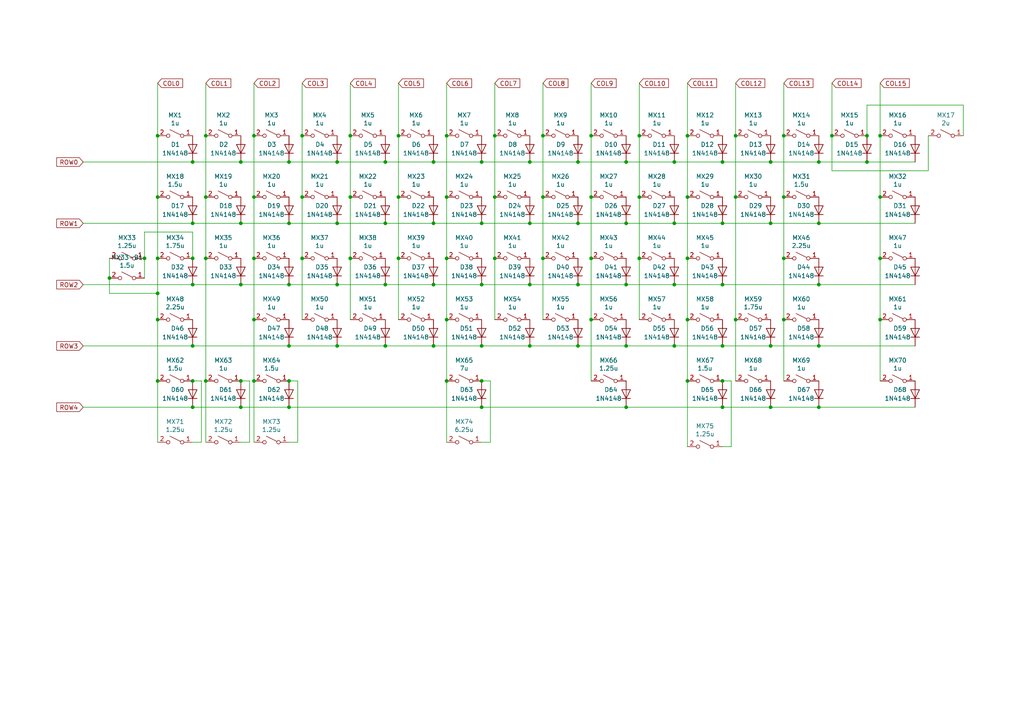
<source format=kicad_sch>
(kicad_sch (version 20211123) (generator eeschema)
  (paper "A4")
  (title_block (title "Bakeneko 65 V3") (date "2020-08-01") (rev "1") (comment 1 "Copyright © 2020 kkatano") (comment 2 "MIT License"))
  (junction (at 209.55 64.77))
  (junction (at 97.79 46.99))
  (junction (at 153.67 82.55))
  (junction (at 171.45 39.37))
  (junction (at 171.45 57.15))
  (junction (at 125.73 82.55))
  (junction (at 209.55 82.55))
  (junction (at 129.54 74.93))
  (junction (at 209.55 118.11))
  (junction (at 55.88 74.93))
  (junction (at 55.88 82.55))
  (junction (at 185.42 74.93))
  (junction (at 213.36 57.15))
  (junction (at 97.79 100.33))
  (junction (at 125.73 100.33))
  (junction (at 73.66 110.49))
  (junction (at 55.88 118.11))
  (junction (at 237.49 100.33))
  (junction (at 129.54 110.49))
  (junction (at 153.67 46.99))
  (junction (at 227.33 57.15))
  (junction (at 237.49 82.55))
  (junction (at 45.72 74.93))
  (junction (at 251.46 46.99))
  (junction (at 209.55 100.33))
  (junction (at 31.75 80.645))
  (junction (at 111.76 82.55))
  (junction (at 237.49 46.99))
  (junction (at 241.3 39.37))
  (junction (at 125.73 46.99))
  (junction (at 199.39 74.93))
  (junction (at 45.72 92.71))
  (junction (at 195.58 64.77))
  (junction (at 157.48 39.37))
  (junction (at 101.6 74.93))
  (junction (at 55.88 100.33))
  (junction (at 45.72 110.49))
  (junction (at 237.49 64.77))
  (junction (at 181.61 64.77))
  (junction (at 255.27 74.93))
  (junction (at 167.64 46.99))
  (junction (at 83.82 82.55))
  (junction (at 181.61 118.11))
  (junction (at 101.6 39.37))
  (junction (at 41.91 74.93))
  (junction (at 97.79 64.77))
  (junction (at 255.27 92.71))
  (junction (at 209.55 46.99))
  (junction (at 227.33 92.71))
  (junction (at 255.27 39.37))
  (junction (at 139.7 100.33))
  (junction (at 59.69 39.37))
  (junction (at 213.36 92.71))
  (junction (at 115.57 39.37))
  (junction (at 69.85 110.49))
  (junction (at 139.7 110.49))
  (junction (at 157.48 57.15))
  (junction (at 129.54 39.37))
  (junction (at 45.72 85.09))
  (junction (at 83.82 46.99))
  (junction (at 199.39 57.15))
  (junction (at 223.52 46.99))
  (junction (at 139.7 64.77))
  (junction (at 199.39 92.71))
  (junction (at 73.66 92.71))
  (junction (at 171.45 74.93))
  (junction (at 101.6 57.15))
  (junction (at 115.57 57.15))
  (junction (at 167.64 100.33))
  (junction (at 73.66 39.37))
  (junction (at 87.63 39.37))
  (junction (at 195.58 82.55))
  (junction (at 111.76 46.99))
  (junction (at 69.85 82.55))
  (junction (at 157.48 74.93))
  (junction (at 199.39 39.37))
  (junction (at 195.58 46.99))
  (junction (at 209.55 110.49))
  (junction (at 223.52 64.77))
  (junction (at 111.76 100.33))
  (junction (at 139.7 46.99))
  (junction (at 129.54 92.71))
  (junction (at 167.64 82.55))
  (junction (at 185.42 39.37))
  (junction (at 167.64 64.77))
  (junction (at 83.82 118.11))
  (junction (at 45.72 39.37))
  (junction (at 73.66 57.15))
  (junction (at 213.36 39.37))
  (junction (at 87.63 74.93))
  (junction (at 153.67 64.77))
  (junction (at 139.7 118.11))
  (junction (at 87.63 57.15))
  (junction (at 125.73 64.77))
  (junction (at 55.88 110.49))
  (junction (at 97.79 82.55))
  (junction (at 181.61 46.99))
  (junction (at 227.33 74.93))
  (junction (at 143.51 39.37))
  (junction (at 251.46 39.37))
  (junction (at 73.66 74.93))
  (junction (at 185.42 57.15))
  (junction (at 55.88 46.99))
  (junction (at 139.7 82.55))
  (junction (at 83.82 100.33))
  (junction (at 223.52 118.11))
  (junction (at 181.61 100.33))
  (junction (at 59.69 57.15))
  (junction (at 59.69 74.93))
  (junction (at 143.51 57.15))
  (junction (at 45.72 57.15))
  (junction (at 69.85 46.99))
  (junction (at 143.51 74.93))
  (junction (at 223.52 100.33))
  (junction (at 199.39 110.49))
  (junction (at 227.33 39.37))
  (junction (at 83.82 64.77))
  (junction (at 181.61 82.55))
  (junction (at 55.88 64.77))
  (junction (at 59.69 110.49))
  (junction (at 255.27 57.15))
  (junction (at 69.85 118.11))
  (junction (at 115.57 74.93))
  (junction (at 237.49 118.11))
  (junction (at 83.82 110.49))
  (junction (at 171.45 92.71))
  (junction (at 153.67 100.33))
  (junction (at 129.54 57.15))
  (junction (at 111.76 64.77))
  (junction (at 195.58 100.33))
  (junction (at 69.85 64.77))
  (wire (pts (xy 213.36 39.37) (xy 213.36 57.15)))
  (wire (pts (xy 31.75 85.09) (xy 45.72 85.09)))
  (wire (pts (xy 209.55 82.55) (xy 237.49 82.55)))
  (wire (pts (xy 181.61 118.11) (xy 139.7 118.11)))
  (wire (pts (xy 251.46 46.99) (xy 237.49 46.99)))
  (wire (pts (xy 265.43 82.55) (xy 237.49 82.55)))
  (wire (pts (xy 139.7 128.27) (xy 142.24 128.27)))
  (wire (pts (xy 139.7 118.11) (xy 83.82 118.11)))
  (wire (pts (xy 97.79 46.99) (xy 83.82 46.99)))
  (wire (pts (xy 86.36 128.27) (xy 86.36 110.49)))
  (wire (pts (xy 101.6 57.15) (xy 101.6 74.93)))
  (wire (pts (xy 237.49 118.11) (xy 265.43 118.11)))
  (wire (pts (xy 167.64 64.77) (xy 181.61 64.77)))
  (wire (pts (xy 227.33 74.93) (xy 227.33 57.15)))
  (wire (pts (xy 55.88 67.31) (xy 55.88 74.93)))
  (wire (pts (xy 59.69 74.93) (xy 59.69 57.15)))
  (wire (pts (xy 241.3 24.13) (xy 241.3 39.37)))
  (wire (pts (xy 69.85 64.77) (xy 83.82 64.77)))
  (wire (pts (xy 209.55 82.55) (xy 195.58 82.55)))
  (wire (pts (xy 83.82 118.11) (xy 69.85 118.11)))
  (wire (pts (xy 129.54 39.37) (xy 129.54 57.15)))
  (wire (pts (xy 45.72 39.37) (xy 45.72 57.15)))
  (wire (pts (xy 171.45 57.15) (xy 171.45 74.93)))
  (wire (pts (xy 181.61 64.77) (xy 195.58 64.77)))
  (wire (pts (xy 195.58 100.33) (xy 209.55 100.33)))
  (wire (pts (xy 111.76 64.77) (xy 125.73 64.77)))
  (wire (pts (xy 73.66 24.13) (xy 73.66 39.37)))
  (wire (pts (xy 237.49 46.99) (xy 223.52 46.99)))
  (wire (pts (xy 171.45 39.37) (xy 171.45 57.15)))
  (wire (pts (xy 129.54 74.93) (xy 129.54 92.71)))
  (wire (pts (xy 139.7 46.99) (xy 125.73 46.99)))
  (wire (pts (xy 111.76 82.55) (xy 97.79 82.55)))
  (wire (pts (xy 199.39 57.15) (xy 199.39 39.37)))
  (wire (pts (xy 72.39 128.27) (xy 72.39 110.49)))
  (wire (pts (xy 142.24 128.27) (xy 142.24 110.49)))
  (wire (pts (xy 55.88 128.27) (xy 58.42 128.27)))
  (wire (pts (xy 185.42 57.15) (xy 185.42 74.93)))
  (wire (pts (xy 97.79 82.55) (xy 83.82 82.55)))
  (wire (pts (xy 167.64 82.55) (xy 153.67 82.55)))
  (wire (pts (xy 59.69 74.93) (xy 59.69 110.49)))
  (wire (pts (xy 279.4 39.37) (xy 279.4 30.48)))
  (wire (pts (xy 265.43 46.99) (xy 251.46 46.99)))
  (wire (pts (xy 213.36 24.13) (xy 213.36 39.37)))
  (wire (pts (xy 213.36 57.15) (xy 213.36 92.71)))
  (wire (pts (xy 83.82 128.27) (xy 86.36 128.27)))
  (wire (pts (xy 59.69 39.37) (xy 59.69 24.13)))
  (wire (pts (xy 69.85 82.55) (xy 55.88 82.55)))
  (wire (pts (xy 212.09 129.54) (xy 212.09 110.49)))
  (wire (pts (xy 167.64 46.99) (xy 153.67 46.99)))
  (wire (pts (xy 101.6 39.37) (xy 101.6 57.15)))
  (wire (pts (xy 223.52 100.33) (xy 237.49 100.33)))
  (wire (pts (xy 45.72 24.13) (xy 45.72 39.37)))
  (wire (pts (xy 209.55 129.54) (xy 212.09 129.54)))
  (wire (pts (xy 223.52 118.11) (xy 209.55 118.11)))
  (wire (pts (xy 153.67 64.77) (xy 167.64 64.77)))
  (wire (pts (xy 143.51 57.15) (xy 143.51 39.37)))
  (wire (pts (xy 125.73 82.55) (xy 111.76 82.55)))
  (wire (pts (xy 181.61 118.11) (xy 209.55 118.11)))
  (wire (pts (xy 143.51 74.93) (xy 143.51 57.15)))
  (wire (pts (xy 125.73 46.99) (xy 111.76 46.99)))
  (wire (pts (xy 241.3 39.37) (xy 241.3 49.53)))
  (wire (pts (xy 195.58 46.99) (xy 181.61 46.99)))
  (wire (pts (xy 255.27 57.15) (xy 255.27 74.93)))
  (wire (pts (xy 143.51 39.37) (xy 143.51 24.13)))
  (wire (pts (xy 227.33 57.15) (xy 227.33 39.37)))
  (wire (pts (xy 83.82 46.99) (xy 69.85 46.99)))
  (wire (pts (xy 237.49 64.77) (xy 265.43 64.77)))
  (wire (pts (xy 125.73 100.33) (xy 139.7 100.33)))
  (wire (pts (xy 255.27 39.37) (xy 255.27 57.15)))
  (wire (pts (xy 223.52 46.99) (xy 209.55 46.99)))
  (wire (pts (xy 255.27 74.93) (xy 255.27 92.71)))
  (wire (pts (xy 241.3 49.53) (xy 269.24 49.53)))
  (wire (pts (xy 24.13 100.33) (xy 55.88 100.33)))
  (wire (pts (xy 171.45 92.71) (xy 171.45 110.49)))
  (wire (pts (xy 31.75 74.93) (xy 31.75 80.645)))
  (wire (pts (xy 199.39 110.49) (xy 199.39 129.54)))
  (wire (pts (xy 41.91 67.31) (xy 55.88 67.31)))
  (wire (pts (xy 129.54 110.49) (xy 129.54 128.27)))
  (wire (pts (xy 45.72 110.49) (xy 45.72 128.27)))
  (wire (pts (xy 153.67 82.55) (xy 139.7 82.55)))
  (wire (pts (xy 111.76 100.33) (xy 125.73 100.33)))
  (wire (pts (xy 181.61 82.55) (xy 167.64 82.55)))
  (wire (pts (xy 279.4 30.48) (xy 251.46 30.48)))
  (wire (pts (xy 87.63 92.71) (xy 87.63 74.93)))
  (wire (pts (xy 139.7 64.77) (xy 153.67 64.77)))
  (wire (pts (xy 69.85 118.11) (xy 55.88 118.11)))
  (wire (pts (xy 83.82 82.55) (xy 69.85 82.55)))
  (wire (pts (xy 73.66 74.93) (xy 73.66 92.71)))
  (wire (pts (xy 73.66 92.71) (xy 73.66 110.49)))
  (wire (pts (xy 115.57 92.71) (xy 115.57 74.93)))
  (wire (pts (xy 227.33 110.49) (xy 227.33 92.71)))
  (wire (pts (xy 237.49 100.33) (xy 265.43 100.33)))
  (wire (pts (xy 185.42 24.13) (xy 185.42 39.37)))
  (wire (pts (xy 59.69 57.15) (xy 59.69 39.37)))
  (wire (pts (xy 72.39 110.49) (xy 69.85 110.49)))
  (wire (pts (xy 97.79 64.77) (xy 111.76 64.77)))
  (wire (pts (xy 237.49 118.11) (xy 223.52 118.11)))
  (wire (pts (xy 185.42 39.37) (xy 185.42 57.15)))
  (wire (pts (xy 115.57 74.93) (xy 115.57 57.15)))
  (wire (pts (xy 199.39 74.93) (xy 199.39 57.15)))
  (wire (pts (xy 58.42 128.27) (xy 58.42 110.49)))
  (wire (pts (xy 59.69 110.49) (xy 59.69 128.27)))
  (wire (pts (xy 41.91 74.93) (xy 41.91 80.645)))
  (wire (pts (xy 157.48 39.37) (xy 157.48 24.13)))
  (wire (pts (xy 181.61 46.99) (xy 167.64 46.99)))
  (wire (pts (xy 227.33 92.71) (xy 227.33 74.93)))
  (wire (pts (xy 142.24 110.49) (xy 139.7 110.49)))
  (wire (pts (xy 24.13 46.99) (xy 55.88 46.99)))
  (wire (pts (xy 115.57 39.37) (xy 115.57 24.13)))
  (wire (pts (xy 143.51 92.71) (xy 143.51 74.93)))
  (wire (pts (xy 153.67 100.33) (xy 167.64 100.33)))
  (wire (pts (xy 157.48 92.71) (xy 157.48 74.93)))
  (wire (pts (xy 251.46 30.48) (xy 251.46 39.37)))
  (wire (pts (xy 101.6 24.13) (xy 101.6 39.37)))
  (wire (pts (xy 97.79 100.33) (xy 111.76 100.33)))
  (wire (pts (xy 129.54 92.71) (xy 129.54 110.49)))
  (wire (pts (xy 255.27 92.71) (xy 255.27 110.49)))
  (wire (pts (xy 185.42 74.93) (xy 185.42 92.71)))
  (wire (pts (xy 83.82 64.77) (xy 97.79 64.77)))
  (wire (pts (xy 45.72 85.09) (xy 45.72 92.71)))
  (wire (pts (xy 153.67 46.99) (xy 139.7 46.99)))
  (wire (pts (xy 24.13 82.55) (xy 55.88 82.55)))
  (wire (pts (xy 55.88 64.77) (xy 69.85 64.77)))
  (wire (pts (xy 87.63 74.93) (xy 87.63 57.15)))
  (wire (pts (xy 58.42 110.49) (xy 55.88 110.49)))
  (wire (pts (xy 115.57 57.15) (xy 115.57 39.37)))
  (wire (pts (xy 157.48 57.15) (xy 157.48 39.37)))
  (wire (pts (xy 45.72 74.93) (xy 45.72 85.09)))
  (wire (pts (xy 227.33 24.13) (xy 227.33 39.37)))
  (wire (pts (xy 45.72 57.15) (xy 45.72 74.93)))
  (wire (pts (xy 199.39 39.37) (xy 199.39 24.13)))
  (wire (pts (xy 45.72 92.71) (xy 45.72 110.49)))
  (wire (pts (xy 24.13 118.11) (xy 55.88 118.11)))
  (wire (pts (xy 101.6 74.93) (xy 101.6 92.71)))
  (wire (pts (xy 69.85 128.27) (xy 72.39 128.27)))
  (wire (pts (xy 73.66 57.15) (xy 73.66 74.93)))
  (wire (pts (xy 125.73 64.77) (xy 139.7 64.77)))
  (wire (pts (xy 199.39 92.71) (xy 199.39 74.93)))
  (wire (pts (xy 255.27 24.13) (xy 255.27 39.37)))
  (wire (pts (xy 171.45 24.13) (xy 171.45 39.37)))
  (wire (pts (xy 209.55 64.77) (xy 223.52 64.77)))
  (wire (pts (xy 55.88 100.33) (xy 83.82 100.33)))
  (wire (pts (xy 195.58 82.55) (xy 181.61 82.55)))
  (wire (pts (xy 157.48 74.93) (xy 157.48 57.15)))
  (wire (pts (xy 87.63 57.15) (xy 87.63 39.37)))
  (wire (pts (xy 86.36 110.49) (xy 83.82 110.49)))
  (wire (pts (xy 111.76 46.99) (xy 97.79 46.99)))
  (wire (pts (xy 223.52 64.77) (xy 237.49 64.77)))
  (wire (pts (xy 171.45 74.93) (xy 171.45 92.71)))
  (wire (pts (xy 181.61 100.33) (xy 195.58 100.33)))
  (wire (pts (xy 209.55 100.33) (xy 223.52 100.33)))
  (wire (pts (xy 212.09 110.49) (xy 209.55 110.49)))
  (wire (pts (xy 41.91 74.93) (xy 41.91 67.31)))
  (wire (pts (xy 31.75 80.645) (xy 31.75 85.09)))
  (wire (pts (xy 269.24 49.53) (xy 269.24 39.37)))
  (wire (pts (xy 73.66 110.49) (xy 73.66 128.27)))
  (wire (pts (xy 167.64 100.33) (xy 181.61 100.33)))
  (wire (pts (xy 199.39 110.49) (xy 199.39 92.71)))
  (wire (pts (xy 83.82 100.33) (xy 97.79 100.33)))
  (wire (pts (xy 139.7 100.33) (xy 153.67 100.33)))
  (wire (pts (xy 55.88 64.77) (xy 24.13 64.77)))
  (wire (pts (xy 73.66 39.37) (xy 73.66 57.15)))
  (wire (pts (xy 213.36 92.71) (xy 213.36 110.49)))
  (wire (pts (xy 209.55 46.99) (xy 195.58 46.99)))
  (wire (pts (xy 87.63 39.37) (xy 87.63 24.13)))
  (wire (pts (xy 139.7 82.55) (xy 125.73 82.55)))
  (wire (pts (xy 129.54 24.13) (xy 129.54 39.37)))
  (wire (pts (xy 129.54 57.15) (xy 129.54 74.93)))
  (wire (pts (xy 69.85 46.99) (xy 55.88 46.99)))
  (wire (pts (xy 195.58 64.77) (xy 209.55 64.77)))
  (global_label "COL15" (shape input) (at 255.27 24.13 0) (property "Intersheet References" "${INTERSHEET_REFS}" (effects hide)))
  (global_label "ROW0" (shape input) (at 24.13 46.99 180) (property "Intersheet References" "${INTERSHEET_REFS}" (effects hide)))
  (global_label "COL6" (shape input) (at 129.54 24.13 0) (property "Intersheet References" "${INTERSHEET_REFS}" (effects hide)))
  (global_label "ROW3" (shape input) (at 24.13 100.33 180) (property "Intersheet References" "${INTERSHEET_REFS}" (effects hide)))
  (global_label "ROW1" (shape input) (at 24.13 64.77 180) (property "Intersheet References" "${INTERSHEET_REFS}" (effects hide)))
  (global_label "COL12" (shape input) (at 213.36 24.13 0) (property "Intersheet References" "${INTERSHEET_REFS}" (effects hide)))
  (global_label "COL10" (shape input) (at 185.42 24.13 0) (property "Intersheet References" "${INTERSHEET_REFS}" (effects hide)))
  (global_label "COL0" (shape input) (at 45.72 24.13 0) (property "Intersheet References" "${INTERSHEET_REFS}" (effects hide)))
  (global_label "COL2" (shape input) (at 73.66 24.13 0) (property "Intersheet References" "${INTERSHEET_REFS}" (effects hide)))
  (global_label "COL3" (shape input) (at 87.63 24.13 0) (property "Intersheet References" "${INTERSHEET_REFS}" (effects hide)))
  (global_label "COL11" (shape input) (at 199.39 24.13 0) (property "Intersheet References" "${INTERSHEET_REFS}" (effects hide)))
  (global_label "COL14" (shape input) (at 241.3 24.13 0) (property "Intersheet References" "${INTERSHEET_REFS}" (effects hide)))
  (global_label "COL7" (shape input) (at 143.51 24.13 0) (property "Intersheet References" "${INTERSHEET_REFS}" (effects hide)))
  (global_label "COL1" (shape input) (at 59.69 24.13 0) (property "Intersheet References" "${INTERSHEET_REFS}" (effects hide)))
  (global_label "ROW4" (shape input) (at 24.13 118.11 180) (property "Intersheet References" "${INTERSHEET_REFS}" (effects hide)))
  (global_label "COL9" (shape input) (at 171.45 24.13 0) (property "Intersheet References" "${INTERSHEET_REFS}" (effects hide)))
  (global_label "COL5" (shape input) (at 115.57 24.13 0) (property "Intersheet References" "${INTERSHEET_REFS}" (effects hide)))
  (global_label "COL13" (shape input) (at 227.33 24.13 0) (property "Intersheet References" "${INTERSHEET_REFS}" (effects hide)))
  (global_label "ROW2" (shape input) (at 24.13 82.55 180) (property "Intersheet References" "${INTERSHEET_REFS}" (effects hide)))
  (global_label "COL4" (shape input) (at 101.6 24.13 0) (property "Intersheet References" "${INTERSHEET_REFS}" (effects hide)))
  (global_label "COL8" (shape input) (at 157.48 24.13 0) (property "Intersheet References" "${INTERSHEET_REFS}" (effects hide)))
  (symbol (lib_id "Switch:SW_SPST") (at 50.8 57.15 0) (mirror y) (unit 1)
    (property "Reference" "MX18" (at 50.8 51.181 0))
    (property "Value" "1.5u" (at 50.8 53.4924 0))
    (property "Footprint" "MX_Alps_Hybrid:MX-1.5U-NoLED" (effects hide))
  )
  (symbol (lib_id "Switch:SW_SPST") (at 106.68 39.37 0) (mirror y) (unit 1)
    (property "Reference" "MX5" (at 106.68 33.401 0))
    (property "Value" "1u" (at 106.68 35.7124 0))
    (property "Footprint" "MX_Alps_Hybrid:MX-1U-NoLED" (effects hide))
  )
  (symbol (lib_id "Switch:SW_SPST") (at 36.83 74.93 0) (mirror y) (unit 1)
    (property "Reference" "MX33" (at 36.83 68.961 0))
    (property "Value" "1.25u" (at 36.83 71.2724 0))
    (property "Footprint" "MX_Alps_Hybrid:MX-1.25U-NoLED" (effects hide))
  )
  (symbol (lib_id "Switch:SW_SPST") (at 274.32 39.37 0) (mirror y) (unit 1)
    (property "Reference" "MX17" (at 274.32 33.401 0))
    (property "Value" "2u" (at 274.32 35.7124 0))
    (property "Footprint" "MX_Alps_Hybrid:MX-2U-NoLED" (effects hide))
  )
  (symbol (lib_id "Switch:SW_SPST") (at 204.47 129.54 0) (mirror y) (unit 1)
    (property "Reference" "MX75" (at 204.47 123.571 0))
    (property "Value" "1.25u" (at 204.47 125.8824 0))
    (property "Footprint" "MX_Alps_Hybrid:MX-1.25U-NoLED" (effects hide))
  )
  (symbol (lib_id "Switch:SW_SPST") (at 50.8 74.93 0) (mirror y) (unit 1)
    (property "Reference" "MX34" (at 50.8 68.961 0))
    (property "Value" "1.75u" (at 50.8 71.2724 0))
    (property "Footprint" "MX_Alps_Hybrid:MX-1.75U-NoLED" (effects hide))
  )
  (symbol (lib_id "Switch:SW_SPST") (at 50.8 92.71 0) (mirror y) (unit 1)
    (property "Reference" "MX48" (at 50.8 86.741 0))
    (property "Value" "2.25u" (at 50.8 89.0524 0))
    (property "Footprint" "MX_Alps_Hybrid:MX-2.25U-NoLED" (effects hide))
  )
  (symbol (lib_id "Device:D") (at 265.43 114.3 90) (unit 1)
    (property "Reference" "D68" (at 259.08 113.03 90) (effects (justify right)))
    (property "Value" "1N4148" (at 256.54 115.57 90) (effects (justify right)))
    (property "Footprint" "Diode_SMD:D_SOD-123" (effects hide))
    (property "LCSC Part #" "C81598" (effects hide))
  )
  (symbol (lib_id "Switch:SW_SPST") (at 260.35 110.49 0) (mirror y) (unit 1)
    (property "Reference" "MX70" (at 260.35 104.521 0))
    (property "Value" "1u" (at 260.35 106.8324 0))
    (property "Footprint" "MX_Alps_Hybrid:MX-1U-NoLED" (effects hide))
  )
  (symbol (lib_id "Device:D") (at 237.49 114.3 90) (unit 1)
    (property "Reference" "D67" (at 231.14 113.03 90) (effects (justify right)))
    (property "Value" "1N4148" (at 228.6 115.57 90) (effects (justify right)))
    (property "Footprint" "Diode_SMD:D_SOD-123" (effects hide))
    (property "LCSC Part #" "C81598" (effects hide))
  )
  (symbol (lib_id "Switch:SW_SPST") (at 232.41 110.49 0) (mirror y) (unit 1)
    (property "Reference" "MX69" (at 232.41 104.521 0))
    (property "Value" "1u" (at 232.41 106.8324 0))
    (property "Footprint" "MX_Alps_Hybrid:MX-1U-NoLED" (effects hide))
  )
  (symbol (lib_id "Device:D") (at 223.52 114.3 90) (unit 1)
    (property "Reference" "D66" (at 217.17 113.03 90) (effects (justify right)))
    (property "Value" "1N4148" (at 214.63 115.57 90) (effects (justify right)))
    (property "Footprint" "Diode_SMD:D_SOD-123" (effects hide))
    (property "LCSC Part #" "C81598" (effects hide))
  )
  (symbol (lib_id "Switch:SW_SPST") (at 218.44 110.49 0) (mirror y) (unit 1)
    (property "Reference" "MX68" (at 218.44 104.521 0))
    (property "Value" "1u" (at 218.44 106.8324 0))
    (property "Footprint" "MX_Alps_Hybrid:MX-1U-NoLED" (effects hide))
  )
  (symbol (lib_id "Device:D") (at 209.55 114.3 90) (unit 1)
    (property "Reference" "D65" (at 203.2 113.03 90) (effects (justify right)))
    (property "Value" "1N4148" (at 200.66 115.57 90) (effects (justify right)))
    (property "Footprint" "Diode_SMD:D_SOD-123" (effects hide))
    (property "LCSC Part #" "C81598" (effects hide))
  )
  (symbol (lib_id "Switch:SW_SPST") (at 204.47 110.49 0) (mirror y) (unit 1)
    (property "Reference" "MX67" (at 204.47 104.521 0))
    (property "Value" "1.5u" (at 204.47 106.8324 0))
    (property "Footprint" "MX_Alps_Hybrid:MX-1.5U-NoLED" (effects hide))
  )
  (symbol (lib_id "Device:D") (at 181.61 114.3 90) (unit 1)
    (property "Reference" "D64" (at 175.26 113.03 90) (effects (justify right)))
    (property "Value" "1N4148" (at 172.72 115.57 90) (effects (justify right)))
    (property "Footprint" "Diode_SMD:D_SOD-123" (effects hide))
    (property "LCSC Part #" "C81598" (effects hide))
  )
  (symbol (lib_id "Switch:SW_SPST") (at 176.53 110.49 0) (mirror y) (unit 1)
    (property "Reference" "MX66" (at 176.53 104.521 0))
    (property "Value" "1.25u" (at 176.53 106.8324 0))
    (property "Footprint" "MX_Alps_Hybrid:MX-1.25U-NoLED" (effects hide))
  )
  (symbol (lib_id "Device:D") (at 139.7 114.3 90) (unit 1)
    (property "Reference" "D63" (at 133.35 113.03 90) (effects (justify right)))
    (property "Value" "1N4148" (at 130.81 115.57 90) (effects (justify right)))
    (property "Footprint" "Diode_SMD:D_SOD-123" (effects hide))
    (property "LCSC Part #" "C81598" (effects hide))
  )
  (symbol (lib_id "Switch:SW_SPST") (at 134.62 110.49 0) (mirror y) (unit 1)
    (property "Reference" "MX65" (at 134.62 104.521 0))
    (property "Value" "7u" (at 134.62 106.8324 0))
    (property "Footprint" "MX_Alps_Hybrid:MX-7U-ReversedStabilizers-NoLED" (effects hide))
  )
  (symbol (lib_id "Device:D") (at 83.82 114.3 90) (unit 1)
    (property "Reference" "D62" (at 77.47 113.03 90) (effects (justify right)))
    (property "Value" "1N4148" (at 74.93 115.57 90) (effects (justify right)))
    (property "Footprint" "Diode_SMD:D_SOD-123" (effects hide))
    (property "LCSC Part #" "C81598" (effects hide))
  )
  (symbol (lib_id "Switch:SW_SPST") (at 78.74 110.49 0) (mirror y) (unit 1)
    (property "Reference" "MX64" (at 78.74 104.521 0))
    (property "Value" "1.5u" (at 78.74 106.8324 0))
    (property "Footprint" "MX_Alps_Hybrid:MX-1.5U-NoLED" (effects hide))
  )
  (symbol (lib_id "Device:D") (at 69.85 114.3 90) (unit 1)
    (property "Reference" "D61" (at 63.5 113.03 90) (effects (justify right)))
    (property "Value" "1N4148" (at 60.96 115.57 90) (effects (justify right)))
    (property "Footprint" "Diode_SMD:D_SOD-123" (effects hide))
    (property "LCSC Part #" "C81598" (effects hide))
  )
  (symbol (lib_id "Switch:SW_SPST") (at 64.77 110.49 0) (mirror y) (unit 1)
    (property "Reference" "MX63" (at 64.77 104.521 0))
    (property "Value" "1u" (at 64.77 106.8324 0))
    (property "Footprint" "MX_Alps_Hybrid:MX-1U-NoLED" (effects hide))
  )
  (symbol (lib_id "Device:D") (at 55.88 114.3 90) (unit 1)
    (property "Reference" "D60" (at 49.53 113.03 90) (effects (justify right)))
    (property "Value" "1N4148" (at 46.99 115.57 90) (effects (justify right)))
    (property "Footprint" "Diode_SMD:D_SOD-123" (effects hide))
    (property "LCSC Part #" "C81598" (effects hide))
  )
  (symbol (lib_id "Switch:SW_SPST") (at 50.8 110.49 0) (mirror y) (unit 1)
    (property "Reference" "MX62" (at 50.8 104.521 0))
    (property "Value" "1.5u" (at 50.8 106.8324 0))
    (property "Footprint" "MX_Alps_Hybrid:MX-1.5U-NoLED" (effects hide))
  )
  (symbol (lib_id "Device:D") (at 265.43 96.52 90) (unit 1)
    (property "Reference" "D59" (at 259.08 95.25 90) (effects (justify right)))
    (property "Value" "1N4148" (at 256.54 97.79 90) (effects (justify right)))
    (property "Footprint" "Diode_SMD:D_SOD-123" (effects hide))
    (property "LCSC Part #" "C81598" (effects hide))
  )
  (symbol (lib_id "Switch:SW_SPST") (at 260.35 92.71 0) (mirror y) (unit 1)
    (property "Reference" "MX61" (at 260.35 86.741 0))
    (property "Value" "1u" (at 260.35 89.0524 0))
    (property "Footprint" "MX_Alps_Hybrid:MX-1U-NoLED" (effects hide))
  )
  (symbol (lib_id "Device:D") (at 237.49 96.52 90) (unit 1)
    (property "Reference" "D58" (at 231.14 95.25 90) (effects (justify right)))
    (property "Value" "1N4148" (at 228.6 97.79 90) (effects (justify right)))
    (property "Footprint" "Diode_SMD:D_SOD-123" (effects hide))
    (property "LCSC Part #" "C81598" (effects hide))
  )
  (symbol (lib_id "Switch:SW_SPST") (at 232.41 92.71 0) (mirror y) (unit 1)
    (property "Reference" "MX60" (at 232.41 86.741 0))
    (property "Value" "1u" (at 232.41 89.0524 0))
    (property "Footprint" "MX_Alps_Hybrid:MX-1U-NoLED" (effects hide))
  )
  (symbol (lib_id "Device:D") (at 223.52 96.52 90) (unit 1)
    (property "Reference" "D57" (at 217.17 95.25 90) (effects (justify right)))
    (property "Value" "1N4148" (at 214.63 97.79 90) (effects (justify right)))
    (property "Footprint" "Diode_SMD:D_SOD-123" (effects hide))
    (property "LCSC Part #" "C81598" (effects hide))
  )
  (symbol (lib_id "Switch:SW_SPST") (at 218.44 92.71 0) (mirror y) (unit 1)
    (property "Reference" "MX59" (at 218.44 86.741 0))
    (property "Value" "1.75u" (at 218.44 89.0524 0))
    (property "Footprint" "MX_Alps_Hybrid:MX-1.75U-NoLED" (effects hide))
  )
  (symbol (lib_id "Device:D") (at 209.55 96.52 90) (unit 1)
    (property "Reference" "D56" (at 203.2 95.25 90) (effects (justify right)))
    (property "Value" "1N4148" (at 200.66 97.79 90) (effects (justify right)))
    (property "Footprint" "Diode_SMD:D_SOD-123" (effects hide))
    (property "LCSC Part #" "C81598" (effects hide))
  )
  (symbol (lib_id "Switch:SW_SPST") (at 204.47 92.71 0) (mirror y) (unit 1)
    (property "Reference" "MX58" (at 204.47 86.741 0))
    (property "Value" "1u" (at 204.47 89.0524 0))
    (property "Footprint" "MX_Alps_Hybrid:MX-1U-NoLED" (effects hide))
  )
  (symbol (lib_id "Device:D") (at 195.58 96.52 90) (unit 1)
    (property "Reference" "D55" (at 189.23 95.25 90) (effects (justify right)))
    (property "Value" "1N4148" (at 186.69 97.79 90) (effects (justify right)))
    (property "Footprint" "Diode_SMD:D_SOD-123" (effects hide))
    (property "LCSC Part #" "C81598" (effects hide))
  )
  (symbol (lib_id "Switch:SW_SPST") (at 190.5 92.71 0) (mirror y) (unit 1)
    (property "Reference" "MX57" (at 190.5 86.741 0))
    (property "Value" "1u" (at 190.5 89.0524 0))
    (property "Footprint" "MX_Alps_Hybrid:MX-1U-NoLED" (effects hide))
  )
  (symbol (lib_id "Device:D") (at 181.61 96.52 90) (unit 1)
    (property "Reference" "D54" (at 175.26 95.25 90) (effects (justify right)))
    (property "Value" "1N4148" (at 172.72 97.79 90) (effects (justify right)))
    (property "Footprint" "Diode_SMD:D_SOD-123" (effects hide))
    (property "LCSC Part #" "C81598" (effects hide))
  )
  (symbol (lib_id "Switch:SW_SPST") (at 176.53 92.71 0) (mirror y) (unit 1)
    (property "Reference" "MX56" (at 176.53 86.741 0))
    (property "Value" "1u" (at 176.53 89.0524 0))
    (property "Footprint" "MX_Alps_Hybrid:MX-1U-NoLED" (effects hide))
  )
  (symbol (lib_id "Device:D") (at 167.64 96.52 90) (unit 1)
    (property "Reference" "D53" (at 161.29 95.25 90) (effects (justify right)))
    (property "Value" "1N4148" (at 158.75 97.79 90) (effects (justify right)))
    (property "Footprint" "Diode_SMD:D_SOD-123" (effects hide))
    (property "LCSC Part #" "C81598" (effects hide))
  )
  (symbol (lib_id "Switch:SW_SPST") (at 162.56 92.71 0) (mirror y) (unit 1)
    (property "Reference" "MX55" (at 162.56 86.741 0))
    (property "Value" "1u" (at 162.56 89.0524 0))
    (property "Footprint" "MX_Alps_Hybrid:MX-1U-NoLED" (effects hide))
  )
  (symbol (lib_id "Device:D") (at 153.67 96.52 90) (unit 1)
    (property "Reference" "D52" (at 147.32 95.25 90) (effects (justify right)))
    (property "Value" "1N4148" (at 144.78 97.79 90) (effects (justify right)))
    (property "Footprint" "Diode_SMD:D_SOD-123" (effects hide))
    (property "LCSC Part #" "C81598" (effects hide))
  )
  (symbol (lib_id "Switch:SW_SPST") (at 148.59 92.71 0) (mirror y) (unit 1)
    (property "Reference" "MX54" (at 148.59 86.741 0))
    (property "Value" "1u" (at 148.59 89.0524 0))
    (property "Footprint" "MX_Alps_Hybrid:MX-1U-NoLED" (effects hide))
  )
  (symbol (lib_id "Device:D") (at 139.7 96.52 90) (unit 1)
    (property "Reference" "D51" (at 133.35 95.25 90) (effects (justify right)))
    (property "Value" "1N4148" (at 130.81 97.79 90) (effects (justify right)))
    (property "Footprint" "Diode_SMD:D_SOD-123" (effects hide))
    (property "LCSC Part #" "C81598" (effects hide))
  )
  (symbol (lib_id "Switch:SW_SPST") (at 134.62 92.71 0) (mirror y) (unit 1)
    (property "Reference" "MX53" (at 134.62 86.741 0))
    (property "Value" "1u" (at 134.62 89.0524 0))
    (property "Footprint" "MX_Alps_Hybrid:MX-1U-NoLED" (effects hide))
  )
  (symbol (lib_id "Device:D") (at 125.73 96.52 90) (unit 1)
    (property "Reference" "D50" (at 119.38 95.25 90) (effects (justify right)))
    (property "Value" "1N4148" (at 116.84 97.79 90) (effects (justify right)))
    (property "Footprint" "Diode_SMD:D_SOD-123" (effects hide))
    (property "LCSC Part #" "C81598" (effects hide))
  )
  (symbol (lib_id "Switch:SW_SPST") (at 120.65 92.71 0) (mirror y) (unit 1)
    (property "Reference" "MX52" (at 120.65 86.741 0))
    (property "Value" "1u" (at 120.65 89.0524 0))
    (property "Footprint" "MX_Alps_Hybrid:MX-1U-NoLED" (effects hide))
  )
  (symbol (lib_id "Device:D") (at 111.76 96.52 90) (unit 1)
    (property "Reference" "D49" (at 105.41 95.25 90) (effects (justify right)))
    (property "Value" "1N4148" (at 102.87 97.79 90) (effects (justify right)))
    (property "Footprint" "Diode_SMD:D_SOD-123" (effects hide))
    (property "LCSC Part #" "C81598" (effects hide))
  )
  (symbol (lib_id "Switch:SW_SPST") (at 106.68 92.71 0) (mirror y) (unit 1)
    (property "Reference" "MX51" (at 106.68 86.741 0))
    (property "Value" "1u" (at 106.68 89.0524 0))
    (property "Footprint" "MX_Alps_Hybrid:MX-1U-NoLED" (effects hide))
  )
  (symbol (lib_id "Device:D") (at 97.79 96.52 90) (unit 1)
    (property "Reference" "D48" (at 91.44 95.25 90) (effects (justify right)))
    (property "Value" "1N4148" (at 88.9 97.79 90) (effects (justify right)))
    (property "Footprint" "Diode_SMD:D_SOD-123" (effects hide))
    (property "LCSC Part #" "C81598" (effects hide))
  )
  (symbol (lib_id "Switch:SW_SPST") (at 92.71 92.71 0) (mirror y) (unit 1)
    (property "Reference" "MX50" (at 92.71 86.741 0))
    (property "Value" "1u" (at 92.71 89.0524 0))
    (property "Footprint" "MX_Alps_Hybrid:MX-1U-NoLED" (effects hide))
  )
  (symbol (lib_id "Device:D") (at 83.82 96.52 90) (unit 1)
    (property "Reference" "D47" (at 77.47 95.25 90) (effects (justify right)))
    (property "Value" "1N4148" (at 74.93 97.79 90) (effects (justify right)))
    (property "Footprint" "Diode_SMD:D_SOD-123" (effects hide))
    (property "LCSC Part #" "C81598" (effects hide))
  )
  (symbol (lib_id "Switch:SW_SPST") (at 78.74 92.71 0) (mirror y) (unit 1)
    (property "Reference" "MX49" (at 78.74 86.741 0))
    (property "Value" "1u" (at 78.74 89.0524 0))
    (property "Footprint" "MX_Alps_Hybrid:MX-1U-NoLED" (effects hide))
  )
  (symbol (lib_id "Device:D") (at 55.88 96.52 90) (unit 1)
    (property "Reference" "D46" (at 49.53 95.25 90) (effects (justify right)))
    (property "Value" "1N4148" (at 46.99 97.79 90) (effects (justify right)))
    (property "Footprint" "Diode_SMD:D_SOD-123" (effects hide))
    (property "LCSC Part #" "C81598" (effects hide))
  )
  (symbol (lib_id "Device:D") (at 265.43 78.74 90) (unit 1)
    (property "Reference" "D45" (at 259.08 77.47 90) (effects (justify right)))
    (property "Value" "1N4148" (at 256.54 80.01 90) (effects (justify right)))
    (property "Footprint" "Diode_SMD:D_SOD-123" (effects hide))
    (property "LCSC Part #" "C81598" (effects hide))
  )
  (symbol (lib_id "Switch:SW_SPST") (at 260.35 74.93 0) (mirror y) (unit 1)
    (property "Reference" "MX47" (at 260.35 68.961 0))
    (property "Value" "1u" (at 260.35 71.2724 0))
    (property "Footprint" "MX_Alps_Hybrid:MX-1U-NoLED" (effects hide))
  )
  (symbol (lib_id "Device:D") (at 237.49 78.74 90) (unit 1)
    (property "Reference" "D44" (at 231.14 77.47 90) (effects (justify right)))
    (property "Value" "1N4148" (at 228.6 80.01 90) (effects (justify right)))
    (property "Footprint" "Diode_SMD:D_SOD-123" (effects hide))
    (property "LCSC Part #" "C81598" (effects hide))
  )
  (symbol (lib_id "Switch:SW_SPST") (at 232.41 74.93 0) (mirror y) (unit 1)
    (property "Reference" "MX46" (at 232.41 68.961 0))
    (property "Value" "2.25u" (at 232.41 71.2724 0))
    (property "Footprint" "MX_Alps_Hybrid:MX-2.25U-NoLED" (effects hide))
  )
  (symbol (lib_id "Device:D") (at 209.55 78.74 90) (unit 1)
    (property "Reference" "D43" (at 203.2 77.47 90) (effects (justify right)))
    (property "Value" "1N4148" (at 200.66 80.01 90) (effects (justify right)))
    (property "Footprint" "Diode_SMD:D_SOD-123" (effects hide))
    (property "LCSC Part #" "C81598" (effects hide))
  )
  (symbol (lib_id "Switch:SW_SPST") (at 204.47 74.93 0) (mirror y) (unit 1)
    (property "Reference" "MX45" (at 204.47 68.961 0))
    (property "Value" "1u" (at 204.47 71.2724 0))
    (property "Footprint" "MX_Alps_Hybrid:MX-1U-NoLED" (effects hide))
  )
  (symbol (lib_id "Device:D") (at 195.58 78.74 90) (unit 1)
    (property "Reference" "D42" (at 189.23 77.47 90) (effects (justify right)))
    (property "Value" "1N4148" (at 186.69 80.01 90) (effects (justify right)))
    (property "Footprint" "Diode_SMD:D_SOD-123" (effects hide))
    (property "LCSC Part #" "C81598" (effects hide))
  )
  (symbol (lib_id "Switch:SW_SPST") (at 190.5 74.93 0) (mirror y) (unit 1)
    (property "Reference" "MX44" (at 190.5 68.961 0))
    (property "Value" "1u" (at 190.5 71.2724 0))
    (property "Footprint" "MX_Alps_Hybrid:MX-1U-NoLED" (effects hide))
  )
  (symbol (lib_id "Device:D") (at 181.61 78.74 90) (unit 1)
    (property "Reference" "D41" (at 175.26 77.47 90) (effects (justify right)))
    (property "Value" "1N4148" (at 172.72 80.01 90) (effects (justify right)))
    (property "Footprint" "Diode_SMD:D_SOD-123" (effects hide))
    (property "LCSC Part #" "C81598" (effects hide))
  )
  (symbol (lib_id "Switch:SW_SPST") (at 176.53 74.93 0) (mirror y) (unit 1)
    (property "Reference" "MX43" (at 176.53 68.961 0))
    (property "Value" "1u" (at 176.53 71.2724 0))
    (property "Footprint" "MX_Alps_Hybrid:MX-1U-NoLED" (effects hide))
  )
  (symbol (lib_id "Device:D") (at 167.64 78.74 90) (unit 1)
    (property "Reference" "D40" (at 161.29 77.47 90) (effects (justify right)))
    (property "Value" "1N4148" (at 158.75 80.01 90) (effects (justify right)))
    (property "Footprint" "Diode_SMD:D_SOD-123" (effects hide))
    (property "LCSC Part #" "C81598" (effects hide))
  )
  (symbol (lib_id "Switch:SW_SPST") (at 162.56 74.93 0) (mirror y) (unit 1)
    (property "Reference" "MX42" (at 162.56 68.961 0))
    (property "Value" "1u" (at 162.56 71.2724 0))
    (property "Footprint" "MX_Alps_Hybrid:MX-1U-NoLED" (effects hide))
  )
  (symbol (lib_id "Device:D") (at 153.67 78.74 90) (unit 1)
    (property "Reference" "D39" (at 147.32 77.47 90) (effects (justify right)))
    (property "Value" "1N4148" (at 144.78 80.01 90) (effects (justify right)))
    (property "Footprint" "Diode_SMD:D_SOD-123" (effects hide))
    (property "LCSC Part #" "C81598" (effects hide))
  )
  (symbol (lib_id "Switch:SW_SPST") (at 148.59 74.93 0) (mirror y) (unit 1)
    (property "Reference" "MX41" (at 148.59 68.961 0))
    (property "Value" "1u" (at 148.59 71.2724 0))
    (property "Footprint" "MX_Alps_Hybrid:MX-1U-NoLED" (effects hide))
  )
  (symbol (lib_id "Device:D") (at 139.7 78.74 90) (unit 1)
    (property "Reference" "D38" (at 133.35 77.47 90) (effects (justify right)))
    (property "Value" "1N4148" (at 130.81 80.01 90) (effects (justify right)))
    (property "Footprint" "Diode_SMD:D_SOD-123" (effects hide))
    (property "LCSC Part #" "C81598" (effects hide))
  )
  (symbol (lib_id "Switch:SW_SPST") (at 134.62 74.93 0) (mirror y) (unit 1)
    (property "Reference" "MX40" (at 134.62 68.961 0))
    (property "Value" "1u" (at 134.62 71.2724 0))
    (property "Footprint" "MX_Alps_Hybrid:MX-1U-NoLED" (effects hide))
  )
  (symbol (lib_id "Device:D") (at 125.73 78.74 90) (unit 1)
    (property "Reference" "D37" (at 119.38 77.47 90) (effects (justify right)))
    (property "Value" "1N4148" (at 116.84 80.01 90) (effects (justify right)))
    (property "Footprint" "Diode_SMD:D_SOD-123" (effects hide))
    (property "LCSC Part #" "C81598" (effects hide))
  )
  (symbol (lib_id "Switch:SW_SPST") (at 120.65 74.93 0) (mirror y) (unit 1)
    (property "Reference" "MX39" (at 120.65 68.961 0))
    (property "Value" "1u" (at 120.65 71.2724 0))
    (property "Footprint" "MX_Alps_Hybrid:MX-1U-NoLED" (effects hide))
  )
  (symbol (lib_id "Device:D") (at 111.76 78.74 90) (unit 1)
    (property "Reference" "D36" (at 105.41 77.47 90) (effects (justify right)))
    (property "Value" "1N4148" (at 102.87 80.01 90) (effects (justify right)))
    (property "Footprint" "Diode_SMD:D_SOD-123" (effects hide))
    (property "LCSC Part #" "C81598" (effects hide))
  )
  (symbol (lib_id "Switch:SW_SPST") (at 106.68 74.93 0) (mirror y) (unit 1)
    (property "Reference" "MX38" (at 106.68 68.961 0))
    (property "Value" "1u" (at 106.68 71.2724 0))
    (property "Footprint" "MX_Alps_Hybrid:MX-1U-NoLED" (effects hide))
  )
  (symbol (lib_id "Device:D") (at 97.79 78.74 90) (unit 1)
    (property "Reference" "D35" (at 91.44 77.47 90) (effects (justify right)))
    (property "Value" "1N4148" (at 88.9 80.01 90) (effects (justify right)))
    (property "Footprint" "Diode_SMD:D_SOD-123" (effects hide))
    (property "LCSC Part #" "C81598" (effects hide))
  )
  (symbol (lib_id "Switch:SW_SPST") (at 92.71 74.93 0) (mirror y) (unit 1)
    (property "Reference" "MX37" (at 92.71 68.961 0))
    (property "Value" "1u" (at 92.71 71.2724 0))
    (property "Footprint" "MX_Alps_Hybrid:MX-1U-NoLED" (effects hide))
  )
  (symbol (lib_id "Device:D") (at 83.82 78.74 90) (unit 1)
    (property "Reference" "D34" (at 77.47 77.47 90) (effects (justify right)))
    (property "Value" "1N4148" (at 74.93 80.01 90) (effects (justify right)))
    (property "Footprint" "Diode_SMD:D_SOD-123" (effects hide))
    (property "LCSC Part #" "C81598" (effects hide))
  )
  (symbol (lib_id "Switch:SW_SPST") (at 78.74 74.93 0) (mirror y) (unit 1)
    (property "Reference" "MX36" (at 78.74 68.961 0))
    (property "Value" "1u" (at 78.74 71.2724 0))
    (property "Footprint" "MX_Alps_Hybrid:MX-1U-NoLED" (effects hide))
  )
  (symbol (lib_id "Device:D") (at 69.85 78.74 90) (unit 1)
    (property "Reference" "D33" (at 63.5 77.47 90) (effects (justify right)))
    (property "Value" "1N4148" (at 60.96 80.01 90) (effects (justify right)))
    (property "Footprint" "Diode_SMD:D_SOD-123" (effects hide))
    (property "LCSC Part #" "C81598" (effects hide))
  )
  (symbol (lib_id "Switch:SW_SPST") (at 64.77 74.93 0) (mirror y) (unit 1)
    (property "Reference" "MX35" (at 64.77 68.961 0))
    (property "Value" "1u" (at 64.77 71.2724 0))
    (property "Footprint" "MX_Alps_Hybrid:MX-1U-NoLED" (effects hide))
  )
  (symbol (lib_id "Device:D") (at 55.88 78.74 90) (unit 1)
    (property "Reference" "D32" (at 49.53 77.47 90) (effects (justify right)))
    (property "Value" "1N4148" (at 46.99 80.01 90) (effects (justify right)))
    (property "Footprint" "Diode_SMD:D_SOD-123" (effects hide))
    (property "LCSC Part #" "C81598" (effects hide))
  )
  (symbol (lib_id "Device:D") (at 265.43 60.96 90) (unit 1)
    (property "Reference" "D31" (at 259.08 59.69 90) (effects (justify right)))
    (property "Value" "1N4148" (at 256.54 62.23 90) (effects (justify right)))
    (property "Footprint" "Diode_SMD:D_SOD-123" (effects hide))
    (property "LCSC Part #" "C81598" (effects hide))
  )
  (symbol (lib_id "Switch:SW_SPST") (at 260.35 57.15 0) (mirror y) (unit 1)
    (property "Reference" "MX32" (at 260.35 51.181 0))
    (property "Value" "1u" (at 260.35 53.4924 0))
    (property "Footprint" "MX_Alps_Hybrid:MX-1U-NoLED" (effects hide))
  )
  (symbol (lib_id "Device:D") (at 237.49 60.96 90) (unit 1)
    (property "Reference" "D30" (at 231.14 59.69 90) (effects (justify right)))
    (property "Value" "1N4148" (at 228.6 62.23 90) (effects (justify right)))
    (property "Footprint" "Diode_SMD:D_SOD-123" (effects hide))
    (property "LCSC Part #" "C81598" (effects hide))
  )
  (symbol (lib_id "Switch:SW_SPST") (at 232.41 57.15 0) (mirror y) (unit 1)
    (property "Reference" "MX31" (at 232.41 51.181 0))
    (property "Value" "1.5u" (at 232.41 53.4924 0))
    (property "Footprint" "MX_Alps_Hybrid:MX-1.5U-NoLED" (effects hide))
  )
  (symbol (lib_id "Device:D") (at 223.52 60.96 90) (unit 1)
    (property "Reference" "D29" (at 217.17 59.69 90) (effects (justify right)))
    (property "Value" "1N4148" (at 214.63 62.23 90) (effects (justify right)))
    (property "Footprint" "Diode_SMD:D_SOD-123" (effects hide))
    (property "LCSC Part #" "C81598" (effects hide))
  )
  (symbol (lib_id "Switch:SW_SPST") (at 218.44 57.15 0) (mirror y) (unit 1)
    (property "Reference" "MX30" (at 218.44 51.181 0))
    (property "Value" "1u" (at 218.44 53.4924 0))
    (property "Footprint" "MX_Alps_Hybrid:MX-1U-NoLED" (effects hide))
  )
  (symbol (lib_id "Device:D") (at 209.55 60.96 90) (unit 1)
    (property "Reference" "D28" (at 203.2 59.69 90) (effects (justify right)))
    (property "Value" "1N4148" (at 200.66 62.23 90) (effects (justify right)))
    (property "Footprint" "Diode_SMD:D_SOD-123" (effects hide))
    (property "LCSC Part #" "C81598" (effects hide))
  )
  (symbol (lib_id "Switch:SW_SPST") (at 204.47 57.15 0) (mirror y) (unit 1)
    (property "Reference" "MX29" (at 204.47 51.181 0))
    (property "Value" "1u" (at 204.47 53.4924 0))
    (property "Footprint" "MX_Alps_Hybrid:MX-1U-NoLED" (effects hide))
  )
  (symbol (lib_id "Device:D") (at 195.58 60.96 90) (unit 1)
    (property "Reference" "D27" (at 189.23 59.69 90) (effects (justify right)))
    (property "Value" "1N4148" (at 186.69 62.23 90) (effects (justify right)))
    (property "Footprint" "Diode_SMD:D_SOD-123" (effects hide))
    (property "LCSC Part #" "C81598" (effects hide))
  )
  (symbol (lib_id "Switch:SW_SPST") (at 190.5 57.15 0) (mirror y) (unit 1)
    (property "Reference" "MX28" (at 190.5 51.181 0))
    (property "Value" "1u" (at 190.5 53.4924 0))
    (property "Footprint" "MX_Alps_Hybrid:MX-1U-NoLED" (effects hide))
  )
  (symbol (lib_id "Device:D") (at 181.61 60.96 90) (unit 1)
    (property "Reference" "D26" (at 175.26 59.69 90) (effects (justify right)))
    (property "Value" "1N4148" (at 172.72 62.23 90) (effects (justify right)))
    (property "Footprint" "Diode_SMD:D_SOD-123" (effects hide))
    (property "LCSC Part #" "C81598" (effects hide))
  )
  (symbol (lib_id "Switch:SW_SPST") (at 176.53 57.15 0) (mirror y) (unit 1)
    (property "Reference" "MX27" (at 176.53 51.181 0))
    (property "Value" "1u" (at 176.53 53.4924 0))
    (property "Footprint" "MX_Alps_Hybrid:MX-1U-NoLED" (effects hide))
  )
  (symbol (lib_id "Device:D") (at 167.64 60.96 90) (unit 1)
    (property "Reference" "D25" (at 161.29 59.69 90) (effects (justify right)))
    (property "Value" "1N4148" (at 158.75 62.23 90) (effects (justify right)))
    (property "Footprint" "Diode_SMD:D_SOD-123" (effects hide))
    (property "LCSC Part #" "C81598" (effects hide))
  )
  (symbol (lib_id "Switch:SW_SPST") (at 162.56 57.15 0) (mirror y) (unit 1)
    (property "Reference" "MX26" (at 162.56 51.181 0))
    (property "Value" "1u" (at 162.56 53.4924 0))
    (property "Footprint" "MX_Alps_Hybrid:MX-1U-NoLED" (effects hide))
  )
  (symbol (lib_id "Device:D") (at 153.67 60.96 90) (unit 1)
    (property "Reference" "D24" (at 147.32 59.69 90) (effects (justify right)))
    (property "Value" "1N4148" (at 144.78 62.23 90) (effects (justify right)))
    (property "Footprint" "Diode_SMD:D_SOD-123" (effects hide))
    (property "LCSC Part #" "C81598" (effects hide))
  )
  (symbol (lib_id "Switch:SW_SPST") (at 148.59 57.15 0) (mirror y) (unit 1)
    (property "Reference" "MX25" (at 148.59 51.181 0))
    (property "Value" "1u" (at 148.59 53.4924 0))
    (property "Footprint" "MX_Alps_Hybrid:MX-1U-NoLED" (effects hide))
  )
  (symbol (lib_id "Device:D") (at 139.7 60.96 90) (unit 1)
    (property "Reference" "D23" (at 133.35 59.69 90) (effects (justify right)))
    (property "Value" "1N4148" (at 130.81 62.23 90) (effects (justify right)))
    (property "Footprint" "Diode_SMD:D_SOD-123" (effects hide))
    (property "LCSC Part #" "C81598" (effects hide))
  )
  (symbol (lib_id "Switch:SW_SPST") (at 134.62 57.15 0) (mirror y) (unit 1)
    (property "Reference" "MX24" (at 134.62 51.181 0))
    (property "Value" "1u" (at 134.62 53.4924 0))
    (property "Footprint" "MX_Alps_Hybrid:MX-1U-NoLED" (effects hide))
  )
  (symbol (lib_id "Device:D") (at 125.73 60.96 90) (unit 1)
    (property "Reference" "D22" (at 119.38 59.69 90) (effects (justify right)))
    (property "Value" "1N4148" (at 116.84 62.23 90) (effects (justify right)))
    (property "Footprint" "Diode_SMD:D_SOD-123" (effects hide))
    (property "LCSC Part #" "C81598" (effects hide))
  )
  (symbol (lib_id "Switch:SW_SPST") (at 120.65 57.15 0) (mirror y) (unit 1)
    (property "Reference" "MX23" (at 120.65 51.181 0))
    (property "Value" "1u" (at 120.65 53.4924 0))
    (property "Footprint" "MX_Alps_Hybrid:MX-1U-NoLED" (effects hide))
  )
  (symbol (lib_id "Device:D") (at 111.76 60.96 90) (unit 1)
    (property "Reference" "D21" (at 105.41 59.69 90) (effects (justify right)))
    (property "Value" "1N4148" (at 102.87 62.23 90) (effects (justify right)))
    (property "Footprint" "Diode_SMD:D_SOD-123" (effects hide))
    (property "LCSC Part #" "C81598" (effects hide))
  )
  (symbol (lib_id "Switch:SW_SPST") (at 106.68 57.15 0) (mirror y) (unit 1)
    (property "Reference" "MX22" (at 106.68 51.181 0))
    (property "Value" "1u" (at 106.68 53.4924 0))
    (property "Footprint" "MX_Alps_Hybrid:MX-1U-NoLED" (effects hide))
  )
  (symbol (lib_id "Device:D") (at 97.79 60.96 90) (unit 1)
    (property "Reference" "D20" (at 91.44 59.69 90) (effects (justify right)))
    (property "Value" "1N4148" (at 88.9 62.23 90) (effects (justify right)))
    (property "Footprint" "Diode_SMD:D_SOD-123" (effects hide))
    (property "LCSC Part #" "C81598" (effects hide))
  )
  (symbol (lib_id "Switch:SW_SPST") (at 92.71 57.15 0) (mirror y) (unit 1)
    (property "Reference" "MX21" (at 92.71 51.181 0))
    (property "Value" "1u" (at 92.71 53.4924 0))
    (property "Footprint" "MX_Alps_Hybrid:MX-1U-NoLED" (effects hide))
  )
  (symbol (lib_id "Device:D") (at 83.82 60.96 90) (unit 1)
    (property "Reference" "D19" (at 77.47 59.69 90) (effects (justify right)))
    (property "Value" "1N4148" (at 74.93 62.23 90) (effects (justify right)))
    (property "Footprint" "Diode_SMD:D_SOD-123" (effects hide))
    (property "LCSC Part #" "C81598" (effects hide))
  )
  (symbol (lib_id "Switch:SW_SPST") (at 78.74 57.15 0) (mirror y) (unit 1)
    (property "Reference" "MX20" (at 78.74 51.181 0))
    (property "Value" "1u" (at 78.74 53.4924 0))
    (property "Footprint" "MX_Alps_Hybrid:MX-1U-NoLED" (effects hide))
  )
  (symbol (lib_id "Device:D") (at 69.85 60.96 90) (unit 1)
    (property "Reference" "D18" (at 63.5 59.69 90) (effects (justify right)))
    (property "Value" "1N4148" (at 60.96 62.23 90) (effects (justify right)))
    (property "Footprint" "Diode_SMD:D_SOD-123" (effects hide))
    (property "LCSC Part #" "C81598" (effects hide))
  )
  (symbol (lib_id "Switch:SW_SPST") (at 64.77 57.15 0) (mirror y) (unit 1)
    (property "Reference" "MX19" (at 64.77 51.181 0))
    (property "Value" "1u" (at 64.77 53.4924 0))
    (property "Footprint" "MX_Alps_Hybrid:MX-1U-NoLED" (effects hide))
  )
  (symbol (lib_id "Device:D") (at 55.88 60.96 90) (unit 1)
    (property "Reference" "D17" (at 49.53 59.69 90) (effects (justify right)))
    (property "Value" "1N4148" (at 46.99 62.23 90) (effects (justify right)))
    (property "Footprint" "Diode_SMD:D_SOD-123" (effects hide))
    (property "LCSC Part #" "C81598" (effects hide))
  )
  (symbol (lib_id "Device:D") (at 265.43 43.18 90) (unit 1)
    (property "Reference" "D16" (at 259.08 41.91 90) (effects (justify right)))
    (property "Value" "1N4148" (at 256.54 44.45 90) (effects (justify right)))
    (property "Footprint" "Diode_SMD:D_SOD-123" (effects hide))
    (property "LCSC Part #" "C81598" (effects hide))
  )
  (symbol (lib_id "Switch:SW_SPST") (at 260.35 39.37 0) (mirror y) (unit 1)
    (property "Reference" "MX16" (at 260.35 33.401 0))
    (property "Value" "1u" (at 260.35 35.7124 0))
    (property "Footprint" "MX_Alps_Hybrid:MX-1U-NoLED" (effects hide))
  )
  (symbol (lib_id "Device:D") (at 251.46 43.18 90) (unit 1)
    (property "Reference" "D15" (at 245.11 41.91 90) (effects (justify right)))
    (property "Value" "1N4148" (at 242.57 44.45 90) (effects (justify right)))
    (property "Footprint" "Diode_SMD:D_SOD-123" (effects hide))
    (property "LCSC Part #" "C81598" (effects hide))
  )
  (symbol (lib_id "Switch:SW_SPST") (at 246.38 39.37 0) (mirror y) (unit 1)
    (property "Reference" "MX15" (at 246.38 33.401 0))
    (property "Value" "1u" (at 246.38 35.7124 0))
    (property "Footprint" "MX_Alps_Hybrid:MX-1U-NoLED" (effects hide))
  )
  (symbol (lib_id "Device:D") (at 237.49 43.18 90) (unit 1)
    (property "Reference" "D14" (at 231.14 41.91 90) (effects (justify right)))
    (property "Value" "1N4148" (at 228.6 44.45 90) (effects (justify right)))
    (property "Footprint" "Diode_SMD:D_SOD-123" (effects hide))
    (property "LCSC Part #" "C81598" (effects hide))
  )
  (symbol (lib_id "Switch:SW_SPST") (at 232.41 39.37 0) (mirror y) (unit 1)
    (property "Reference" "MX14" (at 232.41 33.401 0))
    (property "Value" "1u" (at 232.41 35.7124 0))
    (property "Footprint" "MX_Alps_Hybrid:MX-1U-NoLED" (effects hide))
  )
  (symbol (lib_id "Device:D") (at 223.52 43.18 90) (unit 1)
    (property "Reference" "D13" (at 217.17 41.91 90) (effects (justify right)))
    (property "Value" "1N4148" (at 214.63 44.45 90) (effects (justify right)))
    (property "Footprint" "Diode_SMD:D_SOD-123" (effects hide))
    (property "LCSC Part #" "C81598" (effects hide))
  )
  (symbol (lib_id "Switch:SW_SPST") (at 218.44 39.37 0) (mirror y) (unit 1)
    (property "Reference" "MX13" (at 218.44 33.401 0))
    (property "Value" "1u" (at 218.44 35.7124 0))
    (property "Footprint" "MX_Alps_Hybrid:MX-1U-NoLED" (effects hide))
  )
  (symbol (lib_id "Device:D") (at 209.55 43.18 90) (unit 1)
    (property "Reference" "D12" (at 203.2 41.91 90) (effects (justify right)))
    (property "Value" "1N4148" (at 200.66 44.45 90) (effects (justify right)))
    (property "Footprint" "Diode_SMD:D_SOD-123" (effects hide))
    (property "LCSC Part #" "C81598" (effects hide))
  )
  (symbol (lib_id "Switch:SW_SPST") (at 204.47 39.37 0) (mirror y) (unit 1)
    (property "Reference" "MX12" (at 204.47 33.401 0))
    (property "Value" "1u" (at 204.47 35.7124 0))
    (property "Footprint" "MX_Alps_Hybrid:MX-1U-NoLED" (effects hide))
  )
  (symbol (lib_id "Device:D") (at 195.58 43.18 90) (unit 1)
    (property "Reference" "D11" (at 189.23 41.91 90) (effects (justify right)))
    (property "Value" "1N4148" (at 186.69 44.45 90) (effects (justify right)))
    (property "Footprint" "Diode_SMD:D_SOD-123" (effects hide))
    (property "LCSC Part #" "C81598" (effects hide))
  )
  (symbol (lib_id "Switch:SW_SPST") (at 190.5 39.37 0) (mirror y) (unit 1)
    (property "Reference" "MX11" (at 190.5 33.401 0))
    (property "Value" "1u" (at 190.5 35.7124 0))
    (property "Footprint" "MX_Alps_Hybrid:MX-1U-NoLED" (effects hide))
  )
  (symbol (lib_id "Device:D") (at 181.61 43.18 90) (unit 1)
    (property "Reference" "D10" (at 175.26 41.91 90) (effects (justify right)))
    (property "Value" "1N4148" (at 172.72 44.45 90) (effects (justify right)))
    (property "Footprint" "Diode_SMD:D_SOD-123" (effects hide))
    (property "LCSC Part #" "C81598" (effects hide))
  )
  (symbol (lib_id "Switch:SW_SPST") (at 176.53 39.37 0) (mirror y) (unit 1)
    (property "Reference" "MX10" (at 176.53 33.401 0))
    (property "Value" "1u" (at 176.53 35.7124 0))
    (property "Footprint" "MX_Alps_Hybrid:MX-1U-NoLED" (effects hide))
  )
  (symbol (lib_id "Device:D") (at 167.64 43.18 90) (unit 1)
    (property "Reference" "D9" (at 161.29 41.91 90) (effects (justify right)))
    (property "Value" "1N4148" (at 158.75 44.45 90) (effects (justify right)))
    (property "Footprint" "Diode_SMD:D_SOD-123" (effects hide))
    (property "LCSC Part #" "C81598" (effects hide))
  )
  (symbol (lib_id "Switch:SW_SPST") (at 162.56 39.37 0) (mirror y) (unit 1)
    (property "Reference" "MX9" (at 162.56 33.401 0))
    (property "Value" "1u" (at 162.56 35.7124 0))
    (property "Footprint" "MX_Alps_Hybrid:MX-1U-NoLED" (effects hide))
  )
  (symbol (lib_id "Device:D") (at 153.67 43.18 90) (unit 1)
    (property "Reference" "D8" (at 147.32 41.91 90) (effects (justify right)))
    (property "Value" "1N4148" (at 144.78 44.45 90) (effects (justify right)))
    (property "Footprint" "Diode_SMD:D_SOD-123" (effects hide))
    (property "LCSC Part #" "C81598" (effects hide))
  )
  (symbol (lib_id "Switch:SW_SPST") (at 148.59 39.37 0) (mirror y) (unit 1)
    (property "Reference" "MX8" (at 148.59 33.401 0))
    (property "Value" "1u" (at 148.59 35.7124 0))
    (property "Footprint" "MX_Alps_Hybrid:MX-1U-NoLED" (effects hide))
  )
  (symbol (lib_id "Device:D") (at 139.7 43.18 90) (unit 1)
    (property "Reference" "D7" (at 133.35 41.91 90) (effects (justify right)))
    (property "Value" "1N4148" (at 130.81 44.45 90) (effects (justify right)))
    (property "Footprint" "Diode_SMD:D_SOD-123" (effects hide))
    (property "LCSC Part #" "C81598" (effects hide))
  )
  (symbol (lib_id "Switch:SW_SPST") (at 134.62 39.37 0) (mirror y) (unit 1)
    (property "Reference" "MX7" (at 134.62 33.401 0))
    (property "Value" "1u" (at 134.62 35.7124 0))
    (property "Footprint" "MX_Alps_Hybrid:MX-1U-NoLED" (effects hide))
  )
  (symbol (lib_id "Device:D") (at 125.73 43.18 90) (unit 1)
    (property "Reference" "D6" (at 119.38 41.91 90) (effects (justify right)))
    (property "Value" "1N4148" (at 116.84 44.45 90) (effects (justify right)))
    (property "Footprint" "Diode_SMD:D_SOD-123" (effects hide))
    (property "LCSC Part #" "C81598" (effects hide))
  )
  (symbol (lib_id "Switch:SW_SPST") (at 120.65 39.37 0) (mirror y) (unit 1)
    (property "Reference" "MX6" (at 120.65 33.401 0))
    (property "Value" "1u" (at 120.65 35.7124 0))
    (property "Footprint" "MX_Alps_Hybrid:MX-1U-NoLED" (effects hide))
  )
  (symbol (lib_id "Device:D") (at 111.76 43.18 90) (unit 1)
    (property "Reference" "D5" (at 105.41 41.91 90) (effects (justify right)))
    (property "Value" "1N4148" (at 102.87 44.45 90) (effects (justify right)))
    (property "Footprint" "Diode_SMD:D_SOD-123" (effects hide))
    (property "LCSC Part #" "C81598" (effects hide))
  )
  (symbol (lib_id "Device:D") (at 97.79 43.18 90) (unit 1)
    (property "Reference" "D4" (at 91.44 41.91 90) (effects (justify right)))
    (property "Value" "1N4148" (at 88.9 44.45 90) (effects (justify right)))
    (property "Footprint" "Diode_SMD:D_SOD-123" (effects hide))
    (property "LCSC Part #" "C81598" (effects hide))
  )
  (symbol (lib_id "Switch:SW_SPST") (at 92.71 39.37 0) (mirror y) (unit 1)
    (property "Reference" "MX4" (at 92.71 33.401 0))
    (property "Value" "1u" (at 92.71 35.7124 0))
    (property "Footprint" "MX_Alps_Hybrid:MX-1U-NoLED" (effects hide))
  )
  (symbol (lib_id "Device:D") (at 83.82 43.18 90) (unit 1)
    (property "Reference" "D3" (at 77.47 41.91 90) (effects (justify right)))
    (property "Value" "1N4148" (at 74.93 44.45 90) (effects (justify right)))
    (property "Footprint" "Diode_SMD:D_SOD-123" (effects hide))
    (property "LCSC Part #" "C81598" (effects hide))
  )
  (symbol (lib_id "Switch:SW_SPST") (at 78.74 39.37 0) (mirror y) (unit 1)
    (property "Reference" "MX3" (at 78.74 33.401 0))
    (property "Value" "1u" (at 78.74 35.7124 0))
    (property "Footprint" "MX_Alps_Hybrid:MX-1U-NoLED" (effects hide))
  )
  (symbol (lib_id "Device:D") (at 69.85 43.18 90) (unit 1)
    (property "Reference" "D2" (at 63.5 41.91 90) (effects (justify right)))
    (property "Value" "1N4148" (at 60.96 44.45 90) (effects (justify right)))
    (property "Footprint" "Diode_SMD:D_SOD-123" (effects hide))
    (property "LCSC Part #" "C81598" (effects hide))
  )
  (symbol (lib_id "Switch:SW_SPST") (at 64.77 39.37 0) (mirror y) (unit 1)
    (property "Reference" "MX2" (at 64.77 33.401 0))
    (property "Value" "1u" (at 64.77 35.7124 0))
    (property "Footprint" "MX_Alps_Hybrid:MX-1U-NoLED" (effects hide))
  )
  (symbol (lib_id "Device:D") (at 55.88 43.18 90) (unit 1)
    (property "Reference" "D1" (at 49.53 41.91 90) (effects (justify right)))
    (property "Value" "1N4148" (at 46.99 44.45 90) (effects (justify right)))
    (property "Footprint" "Diode_SMD:D_SOD-123" (effects hide))
    (property "LCSC Part #" "C81598" (effects hide))
  )
  (symbol (lib_id "Switch:SW_SPST") (at 50.8 39.37 0) (mirror y) (unit 1)
    (property "Reference" "MX1" (at 50.8 33.401 0))
    (property "Value" "1u" (at 50.8 35.7124 0))
    (property "Footprint" "MX_Alps_Hybrid:MX-1U-NoLED" (effects hide))
  )
  (symbol (lib_id "Switch:SW_SPST") (at 134.62 128.27 0) (mirror y) (unit 1)
    (property "Reference" "MX74" (at 134.62 122.301 0))
    (property "Value" "6.25u" (at 134.62 124.6124 0))
    (property "Footprint" "MX_Alps_Hybrid:MX-6.25U-ReversedStabilizers-NoLED" (effects hide))
  )
  (symbol (lib_id "Switch:SW_SPST") (at 50.8 128.27 0) (mirror y) (unit 1)
    (property "Reference" "MX71" (at 50.8 122.301 0))
    (property "Value" "1.25u" (at 50.8 124.6124 0))
    (property "Footprint" "MX_Alps_Hybrid:MX-1.25U-NoLED" (effects hide))
  )
  (symbol (lib_id "Switch:SW_SPST") (at 78.74 128.27 0) (mirror y) (unit 1)
    (property "Reference" "MX73" (at 78.74 122.301 0))
    (property "Value" "1.25u" (at 78.74 124.6124 0))
    (property "Footprint" "MX_Alps_Hybrid:MX-1.25U-NoLED" (effects hide))
  )
  (symbol (lib_id "Switch:SW_SPST") (at 64.77 128.27 0) (mirror y) (unit 1)
    (property "Reference" "MX72" (at 64.77 122.301 0))
    (property "Value" "1.25u" (at 64.77 124.6124 0))
    (property "Footprint" "MX_Alps_Hybrid:MX-1.25U-NoLED" (effects hide))
  )
  (symbol (lib_id "Switch:SW_SPST") (at 36.83 80.645 0) (mirror y) (unit 1)
    (property "Reference" "MX33-B1" (at 36.83 74.676 0))
    (property "Value" "1.5u" (at 36.83 76.9874 0))
    (property "Footprint" "Alps_Only:ALPS-1.5U" (effects hide))
  )
)
</source>
